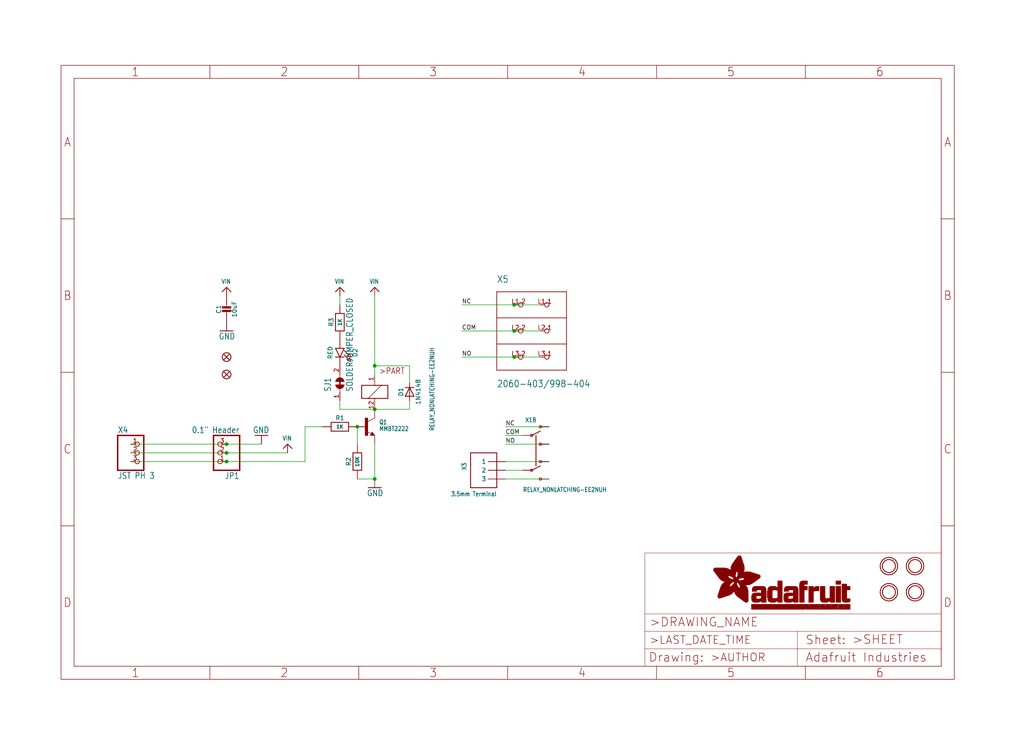
<source format=kicad_sch>
(kicad_sch (version 20211123) (generator eeschema)
  (paper "User" 298.45 217.881)
  (lib_symbols
    (symbol "eagleSchem-eagle-import:2060-403{slash}998-404"
      (property "Reference" "X" (at -10.16 13.97 0))
      (property "Value" "2060-403{slash}998-404" (at -10.16 -16.51 0))
      (symbol "2060-403{slash}998-404_1_0"
        (pin bidirectional inverted (at 2.54 7.62 0) (length 2.54) (name "P1.1") (number "L1.1"))
        (pin bidirectional inverted (at -5.08 7.62 0) (length 2.54) (name "P1.2") (number "L1.2"))
        (pin bidirectional inverted (at 2.54 0 0) (length 2.54) (name "P2.1") (number "L2.1"))
        (pin bidirectional inverted (at -5.08 0 0) (length 2.54) (name "P2.2") (number "L2.2"))
        (pin bidirectional inverted (at 2.54 -7.62 0) (length 2.54) (name "P3.1") (number "L3.1"))
        (pin bidirectional inverted (at -5.08 -7.62 0) (length 2.54) (name "P3.2") (number "L3.2"))
      )
    )
    (symbol "eagleSchem-eagle-import:CAP_CERAMIC0805-NOOUTLINE"
      (property "Reference" "C" (at -2.29 1.25 90))
      (property "Value" "CAP_CERAMIC0805-NOOUTLINE" (at 2.3 1.25 90))
      (symbol "CAP_CERAMIC0805-NOOUTLINE_1_0"
        (pin passive line (at 0 5.08 270) (length 2.54) (name "1") (number "1"))
        (pin passive line (at 0 -2.54 90) (length 2.54) (name "2") (number "2"))
      )
    )
    (symbol "eagleSchem-eagle-import:CON_JST_PH_3PIN"
      (property "Reference" "X" (at -6.35 5.715 0))
      (property "Value" "CON_JST_PH_3PIN" (at -6.35 -7.62 0))
      (symbol "CON_JST_PH_3PIN_1_0"
        (pin passive inverted (at -2.54 2.54 0) (length 2.54) (name "1") (number "1"))
        (pin passive inverted (at -2.54 0 0) (length 2.54) (name "2") (number "2"))
        (pin passive inverted (at -2.54 -2.54 0) (length 2.54) (name "3") (number "3"))
      )
    )
    (symbol "eagleSchem-eagle-import:DIODESOD-323"
      (property "Reference" "D" (at 0 2.54 0))
      (property "Value" "DIODESOD-323" (at 0 -2.5 0))
      (symbol "DIODESOD-323_1_0"
        (pin passive line (at -2.54 0 0) (length 2.54) (name "A") (number "A"))
        (pin passive line (at 2.54 0 180) (length 2.54) (name "C") (number "C"))
      )
    )
    (symbol "eagleSchem-eagle-import:FIDUCIAL_1MM")
    (symbol "eagleSchem-eagle-import:FRAME_A4_ADAFRUIT"
      (symbol "FRAME_A4_ADAFRUIT_1_0"
        (text "1" (at 21.6958 1.905 0) (effects (font (size 2.54 2.286))))
        (text "1" (at 21.6958 177.165 0) (effects (font (size 2.54 2.286))))
        (text "2" (at 65.0875 1.905 0) (effects (font (size 2.54 2.286))))
        (text "2" (at 65.0875 177.165 0) (effects (font (size 2.54 2.286))))
        (text "3" (at 108.4792 1.905 0) (effects (font (size 2.54 2.286))))
        (text "3" (at 108.4792 177.165 0) (effects (font (size 2.54 2.286))))
        (text "4" (at 151.8708 1.905 0) (effects (font (size 2.54 2.286))))
        (text "4" (at 151.8708 177.165 0) (effects (font (size 2.54 2.286))))
        (text "5" (at 195.2625 1.905 0) (effects (font (size 2.54 2.286))))
        (text "5" (at 195.2625 177.165 0) (effects (font (size 2.54 2.286))))
        (text "6" (at 238.6542 1.905 0) (effects (font (size 2.54 2.286))))
        (text "6" (at 238.6542 177.165 0) (effects (font (size 2.54 2.286))))
        (text ">AUTHOR" (at 189.23 5.08 0) (effects (font (size 2.286 2.286)) (justify left bottom)))
        (text ">DRAWING_NAME" (at 171.45 15.24 0) (effects (font (size 2.54 2.54)) (justify left bottom)))
        (text ">LAST_DATE_TIME" (at 171.45 10.16 0) (effects (font (size 2.286 2.286)) (justify left bottom)))
        (text ">SHEET" (at 230.505 10.16 0) (effects (font (size 2.54 2.54)) (justify left bottom)))
        (text "A" (at 1.905 156.6863 0) (effects (font (size 2.54 2.286))))
        (text "A" (at 258.445 156.6863 0) (effects (font (size 2.54 2.286))))
        (text "Adafruit Industries" (at 216.916 4.953 0) (effects (font (size 2.54 2.54)) (justify left bottom)))
        (text "B" (at 1.905 111.9188 0) (effects (font (size 2.54 2.286))))
        (text "B" (at 258.445 111.9188 0) (effects (font (size 2.54 2.286))))
        (text "C" (at 1.905 67.1513 0) (effects (font (size 2.54 2.286))))
        (text "C" (at 258.445 67.1513 0) (effects (font (size 2.54 2.286))))
        (text "D" (at 1.905 22.3838 0) (effects (font (size 2.54 2.286))))
        (text "D" (at 258.445 22.3838 0) (effects (font (size 2.54 2.286))))
        (text "Drawing:" (at 171.196 4.953 0) (effects (font (size 2.54 2.54)) (justify left bottom)))
        (text "Sheet:" (at 216.916 10.033 0) (effects (font (size 2.54 2.54)) (justify left bottom)))
      )
    )
    (symbol "eagleSchem-eagle-import:GND" (power)
      (property "Value" "GND" (at -2.54 -2.54 0))
      (symbol "GND_1_0"
        (pin power_in line (at 0 2.54 270) (length 2.54) (name "GND") (number "1"))
      )
    )
    (symbol "eagleSchem-eagle-import:HEADER-1X3"
      (property "Reference" "JP" (at -6.35 5.715 0))
      (property "Value" "HEADER-1X3" (at -6.35 -7.62 0))
      (symbol "HEADER-1X3_1_0"
        (pin passive inverted (at -2.54 2.54 0) (length 2.54) (name "1") (number "1"))
        (pin passive inverted (at -2.54 0 0) (length 2.54) (name "2") (number "2"))
        (pin passive inverted (at -2.54 -2.54 0) (length 2.54) (name "3") (number "3"))
      )
    )
    (symbol "eagleSchem-eagle-import:LED0805_NOOUTLINE"
      (property "Reference" "D" (at -1.27 4.445 0))
      (property "Value" "LED0805_NOOUTLINE" (at -1.27 -2.794 0))
      (symbol "LED0805_NOOUTLINE_1_0"
        (pin passive line (at -5.08 0 0) (length 2.54) (name "A") (number "A"))
        (pin passive line (at 2.54 0 180) (length 2.54) (name "C") (number "C"))
      )
    )
    (symbol "eagleSchem-eagle-import:MOUNTINGHOLE2.5")
    (symbol "eagleSchem-eagle-import:RELAY_NONLATCHING-EE2NUH"
      (property "Reference" "X" (at -4.445 8.89 0))
      (property "Value" "RELAY_NONLATCHING-EE2NUH" (at -5.08 -11.43 0))
      (symbol "RELAY_NONLATCHING-EE2NUH_1_0"
        (text ">PART" (at 1.27 5.08 0) (effects (font (size 1.778 1.5113)) (justify left bottom)))
        (pin passive line (at 0 5.08 270) (length 2.54) (name "1") (number "1"))
        (pin passive line (at 0 -5.08 90) (length 2.54) (name "2") (number "12"))
      )
      (symbol "RELAY_NONLATCHING-EE2NUH_2_0"
        (pin passive line (at 2.54 7.62 180) (length 2.54) (name "O1") (number "10"))
        (pin passive line (at 2.54 -2.54 180) (length 2.54) (name "O2") (number "3"))
        (pin passive line (at -5.08 -5.08 0) (length 2.54) (name "P2") (number "4"))
        (pin passive line (at 2.54 -7.62 180) (length 2.54) (name "S2") (number "5"))
        (pin passive line (at 2.54 2.54 180) (length 2.54) (name "S1") (number "8"))
        (pin passive line (at -5.08 5.08 0) (length 2.54) (name "P1") (number "9"))
      )
    )
    (symbol "eagleSchem-eagle-import:RESISTOR_0603_NOOUT"
      (property "Reference" "R" (at 0 2.54 0))
      (property "Value" "RESISTOR_0603_NOOUT" (at 0 0 0))
      (symbol "RESISTOR_0603_NOOUT_1_0"
        (pin passive line (at -5.08 0 0) (length 2.54) (name "1") (number "1"))
        (pin passive line (at 5.08 0 180) (length 2.54) (name "2") (number "2"))
      )
    )
    (symbol "eagleSchem-eagle-import:SOLDERJUMPER_CLOSED"
      (property "Reference" "SJ" (at -2.54 2.54 0))
      (property "Value" "SOLDERJUMPER_CLOSED" (at -2.54 -3.81 0))
      (symbol "SOLDERJUMPER_CLOSED_1_0"
        (pin passive line (at -5.08 0 0) (length 2.54) (name "1") (number "1"))
        (pin passive line (at 5.08 0 180) (length 2.54) (name "2") (number "2"))
      )
    )
    (symbol "eagleSchem-eagle-import:TERMBLOCK_1X3"
      (property "Reference" "X" (at -2.54 7.62 0))
      (property "Value" "TERMBLOCK_1X3" (at -2.54 -7.62 0))
      (symbol "TERMBLOCK_1X3_1_0"
        (pin passive line (at -5.08 2.54 0) (length 5.08) (name "1") (number "1"))
        (pin passive line (at -5.08 0 0) (length 5.08) (name "2") (number "2"))
        (pin passive line (at -5.08 -2.54 0) (length 5.08) (name "3") (number "3"))
      )
    )
    (symbol "eagleSchem-eagle-import:TRANSISTOR_NPN"
      (property "Reference" "Q" (at 1.27 0.635 0))
      (property "Value" "TRANSISTOR_NPN" (at 1.27 -1.27 0))
      (symbol "TRANSISTOR_NPN_1_0"
        (pin passive line (at -5.08 0 0) (length 2.54) (name "B") (number "1"))
        (pin passive line (at 0 -5.08 90) (length 2.54) (name "E") (number "2"))
        (pin passive line (at 0 5.08 270) (length 2.54) (name "C") (number "3"))
      )
    )
    (symbol "eagleSchem-eagle-import:VIN" (power)
      (property "Value" "VIN" (at -1.524 1.016 0))
      (symbol "VIN_1_0"
        (pin power_in line (at 0 -2.54 90) (length 2.54) (name "VIN") (number "1"))
      )
    )
  )
  (junction (at 66.04 129.54))
  (junction (at 66.04 134.62))
  (junction (at 149.86 96.52))
  (junction (at 149.86 88.9))
  (junction (at 109.22 106.68))
  (junction (at 109.22 139.7))
  (junction (at 109.22 119.38))
  (junction (at 149.86 104.14))
  (junction (at 66.04 132.08))
  (junction (at 104.14 124.46))
  (wire (pts (xy 99.06 116.84) (xy 99.06 119.38)))
  (wire (pts (xy 104.14 129.54) (xy 104.14 124.46)))
  (wire (pts (xy 157.48 88.9) (xy 149.86 88.9)))
  (wire (pts (xy 66.04 132.08) (xy 38.1 132.08)))
  (wire (pts (xy 83.82 132.08) (xy 66.04 132.08)))
  (wire (pts (xy 99.06 86.36) (xy 99.06 88.9)))
  (wire (pts (xy 38.1 134.62) (xy 66.04 134.62)))
  (wire (pts (xy 38.1 129.54) (xy 66.04 129.54)))
  (wire (pts (xy 149.86 96.52) (xy 157.48 96.52)))
  (wire (pts (xy 109.22 119.38) (xy 119.38 119.38)))
  (wire (pts (xy 109.22 106.68) (xy 109.22 109.22)))
  (wire (pts (xy 160.02 139.7) (xy 147.32 139.7)))
  (wire (pts (xy 88.9 134.62) (xy 88.9 124.46)))
  (wire (pts (xy 76.2 129.54) (xy 66.04 129.54)))
  (wire (pts (xy 109.22 139.7) (xy 109.22 129.54)))
  (wire (pts (xy 147.32 127) (xy 152.4 127)))
  (wire (pts (xy 160.02 134.62) (xy 147.32 134.62)))
  (wire (pts (xy 160.02 124.46) (xy 147.32 124.46)))
  (wire (pts (xy 104.14 139.7) (xy 109.22 139.7)))
  (wire (pts (xy 149.86 88.9) (xy 134.62 88.9)))
  (wire (pts (xy 88.9 124.46) (xy 93.98 124.46)))
  (wire (pts (xy 134.62 96.52) (xy 149.86 96.52)))
  (wire (pts (xy 147.32 129.54) (xy 160.02 129.54)))
  (wire (pts (xy 157.48 104.14) (xy 149.86 104.14)))
  (wire (pts (xy 149.86 104.14) (xy 134.62 104.14)))
  (wire (pts (xy 66.04 134.62) (xy 88.9 134.62)))
  (wire (pts (xy 99.06 119.38) (xy 109.22 119.38)))
  (wire (pts (xy 119.38 119.38) (xy 119.38 116.84)))
  (wire (pts (xy 119.38 106.68) (xy 109.22 106.68)))
  (wire (pts (xy 119.38 111.76) (xy 119.38 106.68)))
  (wire (pts (xy 109.22 106.68) (xy 109.22 86.36)))
  (wire (pts (xy 147.32 137.16) (xy 152.4 137.16)))
  (label "COM" (at 134.62 96.52 0) (effects (font (size 1.2446 1.2446))))
  (label "NC" (at 134.62 88.9 0) (effects (font (size 1.2446 1.2446))))
  (label "NO" (at 134.62 104.14 0) (effects (font (size 1.2446 1.2446))))
  (label "NC" (at 147.32 124.46 0) (effects (font (size 1.2446 1.2446))))
  (label "NO" (at 147.32 129.54 0) (effects (font (size 1.2446 1.2446))))
  (label "COM" (at 147.32 127 0) (effects (font (size 1.2446 1.2446))))
  (symbol (lib_id "eagleSchem-eagle-import:VIN") (at 99.06 83.82 0) (unit 1)
    (property "Reference" "#U$2" (effects hide))
    (property "Value" "VIN" (at 97.536 82.804 0) (effects (font (size 1.27 1.0795)) (justify left bottom)))
    (property "Footprint" "eagleSchem:" (effects hide))
  )
  (symbol (lib_id "eagleSchem-eagle-import:HEADER-1X3") (at 63.5 132.08 180) (unit 1)
    (property "Reference" "JP1" (at 69.85 137.795 0) (effects (font (size 1.778 1.5113)) (justify left bottom)))
    (property "Value" "0.1\" Header" (at 69.85 124.46 0) (effects (font (size 1.778 1.5113)) (justify left bottom)))
    (property "Footprint" "eagleSchem:1X03_OVAL" (effects hide))
  )
  (symbol (lib_id "eagleSchem-eagle-import:TRANSISTOR_NPN") (at 109.22 124.46 0) (unit 1)
    (property "Reference" "Q1" (at 110.49 123.825 0) (effects (font (size 1.27 1.0795)) (justify left bottom)))
    (property "Value" "MMBT2222" (at 110.49 125.73 0) (effects (font (size 1.27 1.0795)) (justify left bottom)))
    (property "Footprint" "eagleSchem:SOT23-R" (effects hide))
  )
  (symbol (lib_id "eagleSchem-eagle-import:VIN") (at 83.82 129.54 0) (unit 1)
    (property "Reference" "#U$6" (effects hide))
    (property "Value" "VIN" (at 82.296 128.524 0) (effects (font (size 1.27 1.0795)) (justify left bottom)))
    (property "Footprint" "eagleSchem:" (effects hide))
  )
  (symbol (lib_id "eagleSchem-eagle-import:CON_JST_PH_3PIN") (at 40.64 132.08 0) (unit 1)
    (property "Reference" "X4" (at 34.29 126.365 0) (effects (font (size 1.778 1.5113)) (justify left bottom)))
    (property "Value" "JST PH 3" (at 34.29 139.7 0) (effects (font (size 1.778 1.5113)) (justify left bottom)))
    (property "Footprint" "eagleSchem:JSTPH3" (effects hide))
  )
  (symbol (lib_id "eagleSchem-eagle-import:RELAY_NONLATCHING-EE2NUH") (at 157.48 132.08 0) (unit 2)
    (property "Reference" "X1" (at 153.035 123.19 0) (effects (font (size 1.27 1.0795)) (justify left bottom)))
    (property "Value" "RELAY_NONLATCHING-EE2NUH" (at 152.4 143.51 0) (effects (font (size 1.27 1.0795)) (justify left bottom)))
    (property "Footprint" "eagleSchem:RELAY_EE2_NOLATCH" (effects hide))
  )
  (symbol (lib_id "eagleSchem-eagle-import:RELAY_NONLATCHING-EE2NUH") (at 109.22 114.3 0) (unit 1)
    (property "Reference" "X1" (effects hide))
    (property "Value" "RELAY_NONLATCHING-EE2NUH" (at 126.619 125.73 90) (effects (font (size 1.27 1.0795)) (justify left bottom)))
    (property "Footprint" "eagleSchem:RELAY_EE2_NOLATCH" (effects hide))
  )
  (symbol (lib_id "eagleSchem-eagle-import:RESISTOR_0603_NOOUT") (at 99.06 93.98 90) (unit 1)
    (property "Reference" "R3" (at 96.52 93.98 0))
    (property "Value" "1K" (at 99.06 93.98 0) (effects (font (size 1.016 1.016) bold)))
    (property "Footprint" "eagleSchem:0603-NO" (effects hide))
  )
  (symbol (lib_id "eagleSchem-eagle-import:2060-403{slash}998-404") (at 154.94 96.52 0) (unit 1)
    (property "Reference" "X5" (at 144.78 82.55 0) (effects (font (size 2 1.7)) (justify left bottom)))
    (property "Value" "2060-403{slash}998-404" (at 144.78 113.03 0) (effects (font (size 2 1.7)) (justify left bottom)))
    (property "Footprint" "eagleSchem:P-2060-403_998-404" (effects hide))
  )
  (symbol (lib_id "eagleSchem-eagle-import:MOUNTINGHOLE2.5") (at 259.08 172.72 0) (unit 1)
    (property "Reference" "U$9" (effects hide))
    (property "Value" "MOUNTINGHOLE2.5" (effects hide))
    (property "Footprint" "eagleSchem:MOUNTINGHOLE_2.5_PLATED" (effects hide))
  )
  (symbol (lib_id "eagleSchem-eagle-import:GND") (at 109.22 142.24 0) (mirror y) (unit 1)
    (property "Reference" "#GND1" (effects hide))
    (property "Value" "GND" (at 111.76 144.78 0) (effects (font (size 1.778 1.5113)) (justify left bottom)))
    (property "Footprint" "eagleSchem:" (effects hide))
  )
  (symbol (lib_id "eagleSchem-eagle-import:LED0805_NOOUTLINE") (at 99.06 104.14 270) (unit 1)
    (property "Reference" "D2" (at 103.505 102.87 0))
    (property "Value" "RED" (at 96.266 102.87 0))
    (property "Footprint" "eagleSchem:CHIPLED_0805_NOOUTLINE" (effects hide))
  )
  (symbol (lib_id "eagleSchem-eagle-import:GND") (at 66.04 96.52 0) (mirror y) (unit 1)
    (property "Reference" "#GND2" (effects hide))
    (property "Value" "GND" (at 68.58 99.06 0) (effects (font (size 1.778 1.5113)) (justify left bottom)))
    (property "Footprint" "eagleSchem:" (effects hide))
  )
  (symbol (lib_id "eagleSchem-eagle-import:VIN") (at 109.22 83.82 0) (unit 1)
    (property "Reference" "#U$3" (effects hide))
    (property "Value" "VIN" (at 107.696 82.804 0) (effects (font (size 1.27 1.0795)) (justify left bottom)))
    (property "Footprint" "eagleSchem:" (effects hide))
  )
  (symbol (lib_id "eagleSchem-eagle-import:FIDUCIAL_1MM") (at 66.04 104.14 0) (unit 1)
    (property "Reference" "FID3" (effects hide))
    (property "Value" "FIDUCIAL_1MM" (effects hide))
    (property "Footprint" "eagleSchem:FIDUCIAL_1MM" (effects hide))
  )
  (symbol (lib_id "eagleSchem-eagle-import:SOLDERJUMPER_CLOSED") (at 99.06 111.76 90) (unit 1)
    (property "Reference" "SJ1" (at 96.52 114.3 0) (effects (font (size 1.778 1.5113)) (justify left bottom)))
    (property "Value" "SOLDERJUMPER_CLOSED" (at 102.87 114.3 0) (effects (font (size 1.778 1.5113)) (justify left bottom)))
    (property "Footprint" "eagleSchem:SOLDERJUMPER_CLOSEDWIRE" (effects hide))
  )
  (symbol (lib_id "eagleSchem-eagle-import:RESISTOR_0603_NOOUT") (at 99.06 124.46 0) (unit 1)
    (property "Reference" "R1" (at 99.06 121.92 0))
    (property "Value" "1K" (at 99.06 124.46 0) (effects (font (size 1.016 1.016) bold)))
    (property "Footprint" "eagleSchem:0603-NO" (effects hide))
  )
  (symbol (lib_id "eagleSchem-eagle-import:MOUNTINGHOLE2.5") (at 266.7 165.1 0) (unit 1)
    (property "Reference" "U$10" (effects hide))
    (property "Value" "MOUNTINGHOLE2.5" (effects hide))
    (property "Footprint" "eagleSchem:MOUNTINGHOLE_2.5_PLATED" (effects hide))
  )
  (symbol (lib_id "eagleSchem-eagle-import:MOUNTINGHOLE2.5") (at 266.7 172.72 0) (unit 1)
    (property "Reference" "U$1" (effects hide))
    (property "Value" "MOUNTINGHOLE2.5" (effects hide))
    (property "Footprint" "eagleSchem:MOUNTINGHOLE_2.5_PLATED" (effects hide))
  )
  (symbol (lib_id "eagleSchem-eagle-import:RESISTOR_0603_NOOUT") (at 104.14 134.62 90) (unit 1)
    (property "Reference" "R2" (at 101.6 134.62 0))
    (property "Value" "10K" (at 104.14 134.62 0) (effects (font (size 1.016 1.016) bold)))
    (property "Footprint" "eagleSchem:0603-NO" (effects hide))
  )
  (symbol (lib_id "eagleSchem-eagle-import:VIN") (at 66.04 83.82 0) (unit 1)
    (property "Reference" "#U$11" (effects hide))
    (property "Value" "VIN" (at 64.516 82.804 0) (effects (font (size 1.27 1.0795)) (justify left bottom)))
    (property "Footprint" "eagleSchem:" (effects hide))
  )
  (symbol (lib_id "eagleSchem-eagle-import:GND") (at 76.2 127 0) (mirror x) (unit 1)
    (property "Reference" "#GND3" (effects hide))
    (property "Value" "GND" (at 73.66 124.46 0) (effects (font (size 1.778 1.5113)) (justify left bottom)))
    (property "Footprint" "eagleSchem:" (effects hide))
  )
  (symbol (lib_id "eagleSchem-eagle-import:FRAME_A4_ADAFRUIT") (at 17.78 198.12 0) (unit 1)
    (property "Reference" "#U$4" (effects hide))
    (property "Value" "FRAME_A4_ADAFRUIT" (effects hide))
    (property "Footprint" "eagleSchem:" (effects hide))
  )
  (symbol (lib_id "eagleSchem-eagle-import:DIODESOD-323") (at 119.38 114.3 90) (unit 1)
    (property "Reference" "D1" (at 116.84 114.3 0))
    (property "Value" "1N4148" (at 121.88 114.3 0))
    (property "Footprint" "eagleSchem:SOD-323" (effects hide))
  )
  (symbol (lib_id "eagleSchem-eagle-import:MOUNTINGHOLE2.5") (at 259.08 165.1 0) (unit 1)
    (property "Reference" "U$8" (effects hide))
    (property "Value" "MOUNTINGHOLE2.5" (effects hide))
    (property "Footprint" "eagleSchem:MOUNTINGHOLE_2.5_PLATED" (effects hide))
  )
  (symbol (lib_id "eagleSchem-eagle-import:CAP_CERAMIC0805-NOOUTLINE") (at 66.04 91.44 0) (unit 1)
    (property "Reference" "C1" (at 63.75 90.19 90))
    (property "Value" "10uF" (at 68.34 90.19 90))
    (property "Footprint" "eagleSchem:0805-NO" (effects hide))
  )
  (symbol (lib_id "eagleSchem-eagle-import:FIDUCIAL_1MM") (at 66.04 109.22 0) (unit 1)
    (property "Reference" "FID2" (effects hide))
    (property "Value" "FIDUCIAL_1MM" (effects hide))
    (property "Footprint" "eagleSchem:FIDUCIAL_1MM" (effects hide))
  )
  (symbol (lib_id "eagleSchem-eagle-import:TERMBLOCK_1X3") (at 142.24 137.16 0) (mirror y) (unit 1)
    (property "Reference" "X3" (at 134.62 137.16 90) (effects (font (size 1.27 1.0795)) (justify left bottom)))
    (property "Value" "3.5mm Terminal" (at 144.78 144.78 0) (effects (font (size 1.27 1.0795)) (justify left bottom)))
    (property "Footprint" "eagleSchem:TERMBLOCK_1X3-3.5MM" (effects hide))
  )
)
</source>
